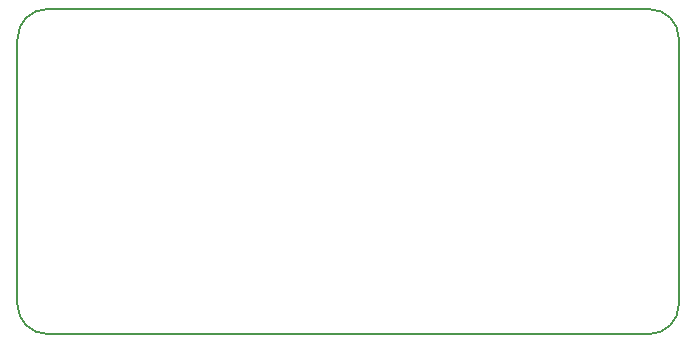
<source format=gm1>
G04 #@! TF.FileFunction,Profile,NP*
%FSLAX46Y46*%
G04 Gerber Fmt 4.6, Leading zero omitted, Abs format (unit mm)*
G04 Created by KiCad (PCBNEW 4.0.2-4+6225~38~ubuntu15.04.1-stable) date Fri 29 Apr 2016 12:43:49 PM PDT*
%MOMM*%
G01*
G04 APERTURE LIST*
%ADD10C,0.100000*%
%ADD11C,0.150000*%
G04 APERTURE END LIST*
D10*
D11*
X120500000Y-65000000D02*
G75*
G03X118000000Y-67500000I0J-2500000D01*
G01*
X118000000Y-90000000D02*
G75*
G03X120500000Y-92500000I2500000J0D01*
G01*
X171500000Y-92500000D02*
G75*
G03X174000000Y-90000000I0J2500000D01*
G01*
X174000000Y-67500000D02*
G75*
G03X171500000Y-65000000I-2500000J0D01*
G01*
X118000000Y-90000000D02*
X118000000Y-67510000D01*
X171500000Y-92500000D02*
X120500000Y-92500000D01*
X174000000Y-67500000D02*
X174000000Y-90000000D01*
X120500000Y-65000000D02*
X171500000Y-65000000D01*
M02*

</source>
